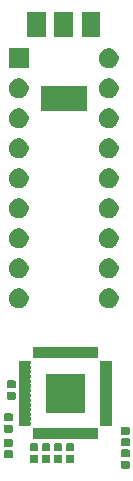
<source format=gbr>
G04 #@! TF.GenerationSoftware,KiCad,Pcbnew,5.1.5+dfsg1-2build2*
G04 #@! TF.CreationDate,2023-02-25T19:10:51+00:00*
G04 #@! TF.ProjectId,video-ram-replacement,76696465-6f2d-4726-916d-2d7265706c61,rev?*
G04 #@! TF.SameCoordinates,Original*
G04 #@! TF.FileFunction,Soldermask,Top*
G04 #@! TF.FilePolarity,Negative*
%FSLAX46Y46*%
G04 Gerber Fmt 4.6, Leading zero omitted, Abs format (unit mm)*
G04 Created by KiCad (PCBNEW 5.1.5+dfsg1-2build2) date 2023-02-25 19:10:51*
%MOMM*%
%LPD*%
G04 APERTURE LIST*
%ADD10C,0.150000*%
G04 APERTURE END LIST*
D10*
G36*
X107211976Y-123722572D02*
G01*
X107231181Y-123728398D01*
X107248893Y-123737865D01*
X107264405Y-123750595D01*
X107277135Y-123766107D01*
X107286602Y-123783819D01*
X107292428Y-123803024D01*
X107295000Y-123829140D01*
X107295000Y-124272860D01*
X107292428Y-124298976D01*
X107286602Y-124318181D01*
X107277135Y-124335893D01*
X107264405Y-124351405D01*
X107248893Y-124364135D01*
X107231181Y-124373602D01*
X107211976Y-124379428D01*
X107185860Y-124382000D01*
X106682140Y-124382000D01*
X106656024Y-124379428D01*
X106636819Y-124373602D01*
X106619107Y-124364135D01*
X106603595Y-124351405D01*
X106590865Y-124335893D01*
X106581398Y-124318181D01*
X106575572Y-124298976D01*
X106573000Y-124272860D01*
X106573000Y-123829140D01*
X106575572Y-123803024D01*
X106581398Y-123783819D01*
X106590865Y-123766107D01*
X106603595Y-123750595D01*
X106619107Y-123737865D01*
X106636819Y-123728398D01*
X106656024Y-123722572D01*
X106682140Y-123720000D01*
X107185860Y-123720000D01*
X107211976Y-123722572D01*
G37*
G36*
X102512976Y-123214572D02*
G01*
X102532181Y-123220398D01*
X102549893Y-123229865D01*
X102565405Y-123242595D01*
X102578135Y-123258107D01*
X102587602Y-123275819D01*
X102593428Y-123295024D01*
X102596000Y-123321140D01*
X102596000Y-123764860D01*
X102593428Y-123790976D01*
X102587602Y-123810181D01*
X102578135Y-123827893D01*
X102565405Y-123843405D01*
X102549893Y-123856135D01*
X102532181Y-123865602D01*
X102512976Y-123871428D01*
X102486860Y-123874000D01*
X101983140Y-123874000D01*
X101957024Y-123871428D01*
X101937819Y-123865602D01*
X101920107Y-123856135D01*
X101904595Y-123843405D01*
X101891865Y-123827893D01*
X101882398Y-123810181D01*
X101876572Y-123790976D01*
X101874000Y-123764860D01*
X101874000Y-123321140D01*
X101876572Y-123295024D01*
X101882398Y-123275819D01*
X101891865Y-123258107D01*
X101904595Y-123242595D01*
X101920107Y-123229865D01*
X101937819Y-123220398D01*
X101957024Y-123214572D01*
X101983140Y-123212000D01*
X102486860Y-123212000D01*
X102512976Y-123214572D01*
G37*
G36*
X101496976Y-123214572D02*
G01*
X101516181Y-123220398D01*
X101533893Y-123229865D01*
X101549405Y-123242595D01*
X101562135Y-123258107D01*
X101571602Y-123275819D01*
X101577428Y-123295024D01*
X101580000Y-123321140D01*
X101580000Y-123764860D01*
X101577428Y-123790976D01*
X101571602Y-123810181D01*
X101562135Y-123827893D01*
X101549405Y-123843405D01*
X101533893Y-123856135D01*
X101516181Y-123865602D01*
X101496976Y-123871428D01*
X101470860Y-123874000D01*
X100967140Y-123874000D01*
X100941024Y-123871428D01*
X100921819Y-123865602D01*
X100904107Y-123856135D01*
X100888595Y-123843405D01*
X100875865Y-123827893D01*
X100866398Y-123810181D01*
X100860572Y-123790976D01*
X100858000Y-123764860D01*
X100858000Y-123321140D01*
X100860572Y-123295024D01*
X100866398Y-123275819D01*
X100875865Y-123258107D01*
X100888595Y-123242595D01*
X100904107Y-123229865D01*
X100921819Y-123220398D01*
X100941024Y-123214572D01*
X100967140Y-123212000D01*
X101470860Y-123212000D01*
X101496976Y-123214572D01*
G37*
G36*
X100480976Y-123214572D02*
G01*
X100500181Y-123220398D01*
X100517893Y-123229865D01*
X100533405Y-123242595D01*
X100546135Y-123258107D01*
X100555602Y-123275819D01*
X100561428Y-123295024D01*
X100564000Y-123321140D01*
X100564000Y-123764860D01*
X100561428Y-123790976D01*
X100555602Y-123810181D01*
X100546135Y-123827893D01*
X100533405Y-123843405D01*
X100517893Y-123856135D01*
X100500181Y-123865602D01*
X100480976Y-123871428D01*
X100454860Y-123874000D01*
X99951140Y-123874000D01*
X99925024Y-123871428D01*
X99905819Y-123865602D01*
X99888107Y-123856135D01*
X99872595Y-123843405D01*
X99859865Y-123827893D01*
X99850398Y-123810181D01*
X99844572Y-123790976D01*
X99842000Y-123764860D01*
X99842000Y-123321140D01*
X99844572Y-123295024D01*
X99850398Y-123275819D01*
X99859865Y-123258107D01*
X99872595Y-123242595D01*
X99888107Y-123229865D01*
X99905819Y-123220398D01*
X99925024Y-123214572D01*
X99951140Y-123212000D01*
X100454860Y-123212000D01*
X100480976Y-123214572D01*
G37*
G36*
X99464976Y-123214572D02*
G01*
X99484181Y-123220398D01*
X99501893Y-123229865D01*
X99517405Y-123242595D01*
X99530135Y-123258107D01*
X99539602Y-123275819D01*
X99545428Y-123295024D01*
X99548000Y-123321140D01*
X99548000Y-123764860D01*
X99545428Y-123790976D01*
X99539602Y-123810181D01*
X99530135Y-123827893D01*
X99517405Y-123843405D01*
X99501893Y-123856135D01*
X99484181Y-123865602D01*
X99464976Y-123871428D01*
X99438860Y-123874000D01*
X98935140Y-123874000D01*
X98909024Y-123871428D01*
X98889819Y-123865602D01*
X98872107Y-123856135D01*
X98856595Y-123843405D01*
X98843865Y-123827893D01*
X98834398Y-123810181D01*
X98828572Y-123790976D01*
X98826000Y-123764860D01*
X98826000Y-123321140D01*
X98828572Y-123295024D01*
X98834398Y-123275819D01*
X98843865Y-123258107D01*
X98856595Y-123242595D01*
X98872107Y-123229865D01*
X98889819Y-123220398D01*
X98909024Y-123214572D01*
X98935140Y-123212000D01*
X99438860Y-123212000D01*
X99464976Y-123214572D01*
G37*
G36*
X97305976Y-122833572D02*
G01*
X97325181Y-122839398D01*
X97342893Y-122848865D01*
X97358405Y-122861595D01*
X97371135Y-122877107D01*
X97380602Y-122894819D01*
X97386428Y-122914024D01*
X97389000Y-122940140D01*
X97389000Y-123383860D01*
X97386428Y-123409976D01*
X97380602Y-123429181D01*
X97371135Y-123446893D01*
X97358405Y-123462405D01*
X97342893Y-123475135D01*
X97325181Y-123484602D01*
X97305976Y-123490428D01*
X97279860Y-123493000D01*
X96776140Y-123493000D01*
X96750024Y-123490428D01*
X96730819Y-123484602D01*
X96713107Y-123475135D01*
X96697595Y-123462405D01*
X96684865Y-123446893D01*
X96675398Y-123429181D01*
X96669572Y-123409976D01*
X96667000Y-123383860D01*
X96667000Y-122940140D01*
X96669572Y-122914024D01*
X96675398Y-122894819D01*
X96684865Y-122877107D01*
X96697595Y-122861595D01*
X96713107Y-122848865D01*
X96730819Y-122839398D01*
X96750024Y-122833572D01*
X96776140Y-122831000D01*
X97279860Y-122831000D01*
X97305976Y-122833572D01*
G37*
G36*
X107211976Y-122762572D02*
G01*
X107231181Y-122768398D01*
X107248893Y-122777865D01*
X107264405Y-122790595D01*
X107277135Y-122806107D01*
X107286602Y-122823819D01*
X107292428Y-122843024D01*
X107295000Y-122869140D01*
X107295000Y-123312860D01*
X107292428Y-123338976D01*
X107286602Y-123358181D01*
X107277135Y-123375893D01*
X107264405Y-123391405D01*
X107248893Y-123404135D01*
X107231181Y-123413602D01*
X107211976Y-123419428D01*
X107185860Y-123422000D01*
X106682140Y-123422000D01*
X106656024Y-123419428D01*
X106636819Y-123413602D01*
X106619107Y-123404135D01*
X106603595Y-123391405D01*
X106590865Y-123375893D01*
X106581398Y-123358181D01*
X106575572Y-123338976D01*
X106573000Y-123312860D01*
X106573000Y-122869140D01*
X106575572Y-122843024D01*
X106581398Y-122823819D01*
X106590865Y-122806107D01*
X106603595Y-122790595D01*
X106619107Y-122777865D01*
X106636819Y-122768398D01*
X106656024Y-122762572D01*
X106682140Y-122760000D01*
X107185860Y-122760000D01*
X107211976Y-122762572D01*
G37*
G36*
X100480976Y-122254572D02*
G01*
X100500181Y-122260398D01*
X100517893Y-122269865D01*
X100533405Y-122282595D01*
X100546135Y-122298107D01*
X100555602Y-122315819D01*
X100561428Y-122335024D01*
X100564000Y-122361140D01*
X100564000Y-122804860D01*
X100561428Y-122830976D01*
X100555602Y-122850181D01*
X100546135Y-122867893D01*
X100533405Y-122883405D01*
X100517893Y-122896135D01*
X100500181Y-122905602D01*
X100480976Y-122911428D01*
X100454860Y-122914000D01*
X99951140Y-122914000D01*
X99925024Y-122911428D01*
X99905819Y-122905602D01*
X99888107Y-122896135D01*
X99872595Y-122883405D01*
X99859865Y-122867893D01*
X99850398Y-122850181D01*
X99844572Y-122830976D01*
X99842000Y-122804860D01*
X99842000Y-122361140D01*
X99844572Y-122335024D01*
X99850398Y-122315819D01*
X99859865Y-122298107D01*
X99872595Y-122282595D01*
X99888107Y-122269865D01*
X99905819Y-122260398D01*
X99925024Y-122254572D01*
X99951140Y-122252000D01*
X100454860Y-122252000D01*
X100480976Y-122254572D01*
G37*
G36*
X99464976Y-122254572D02*
G01*
X99484181Y-122260398D01*
X99501893Y-122269865D01*
X99517405Y-122282595D01*
X99530135Y-122298107D01*
X99539602Y-122315819D01*
X99545428Y-122335024D01*
X99548000Y-122361140D01*
X99548000Y-122804860D01*
X99545428Y-122830976D01*
X99539602Y-122850181D01*
X99530135Y-122867893D01*
X99517405Y-122883405D01*
X99501893Y-122896135D01*
X99484181Y-122905602D01*
X99464976Y-122911428D01*
X99438860Y-122914000D01*
X98935140Y-122914000D01*
X98909024Y-122911428D01*
X98889819Y-122905602D01*
X98872107Y-122896135D01*
X98856595Y-122883405D01*
X98843865Y-122867893D01*
X98834398Y-122850181D01*
X98828572Y-122830976D01*
X98826000Y-122804860D01*
X98826000Y-122361140D01*
X98828572Y-122335024D01*
X98834398Y-122315819D01*
X98843865Y-122298107D01*
X98856595Y-122282595D01*
X98872107Y-122269865D01*
X98889819Y-122260398D01*
X98909024Y-122254572D01*
X98935140Y-122252000D01*
X99438860Y-122252000D01*
X99464976Y-122254572D01*
G37*
G36*
X101496976Y-122254572D02*
G01*
X101516181Y-122260398D01*
X101533893Y-122269865D01*
X101549405Y-122282595D01*
X101562135Y-122298107D01*
X101571602Y-122315819D01*
X101577428Y-122335024D01*
X101580000Y-122361140D01*
X101580000Y-122804860D01*
X101577428Y-122830976D01*
X101571602Y-122850181D01*
X101562135Y-122867893D01*
X101549405Y-122883405D01*
X101533893Y-122896135D01*
X101516181Y-122905602D01*
X101496976Y-122911428D01*
X101470860Y-122914000D01*
X100967140Y-122914000D01*
X100941024Y-122911428D01*
X100921819Y-122905602D01*
X100904107Y-122896135D01*
X100888595Y-122883405D01*
X100875865Y-122867893D01*
X100866398Y-122850181D01*
X100860572Y-122830976D01*
X100858000Y-122804860D01*
X100858000Y-122361140D01*
X100860572Y-122335024D01*
X100866398Y-122315819D01*
X100875865Y-122298107D01*
X100888595Y-122282595D01*
X100904107Y-122269865D01*
X100921819Y-122260398D01*
X100941024Y-122254572D01*
X100967140Y-122252000D01*
X101470860Y-122252000D01*
X101496976Y-122254572D01*
G37*
G36*
X102512976Y-122254572D02*
G01*
X102532181Y-122260398D01*
X102549893Y-122269865D01*
X102565405Y-122282595D01*
X102578135Y-122298107D01*
X102587602Y-122315819D01*
X102593428Y-122335024D01*
X102596000Y-122361140D01*
X102596000Y-122804860D01*
X102593428Y-122830976D01*
X102587602Y-122850181D01*
X102578135Y-122867893D01*
X102565405Y-122883405D01*
X102549893Y-122896135D01*
X102532181Y-122905602D01*
X102512976Y-122911428D01*
X102486860Y-122914000D01*
X101983140Y-122914000D01*
X101957024Y-122911428D01*
X101937819Y-122905602D01*
X101920107Y-122896135D01*
X101904595Y-122883405D01*
X101891865Y-122867893D01*
X101882398Y-122850181D01*
X101876572Y-122830976D01*
X101874000Y-122804860D01*
X101874000Y-122361140D01*
X101876572Y-122335024D01*
X101882398Y-122315819D01*
X101891865Y-122298107D01*
X101904595Y-122282595D01*
X101920107Y-122269865D01*
X101937819Y-122260398D01*
X101957024Y-122254572D01*
X101983140Y-122252000D01*
X102486860Y-122252000D01*
X102512976Y-122254572D01*
G37*
G36*
X97305976Y-121873572D02*
G01*
X97325181Y-121879398D01*
X97342893Y-121888865D01*
X97358405Y-121901595D01*
X97371135Y-121917107D01*
X97380602Y-121934819D01*
X97386428Y-121954024D01*
X97389000Y-121980140D01*
X97389000Y-122423860D01*
X97386428Y-122449976D01*
X97380602Y-122469181D01*
X97371135Y-122486893D01*
X97358405Y-122502405D01*
X97342893Y-122515135D01*
X97325181Y-122524602D01*
X97305976Y-122530428D01*
X97279860Y-122533000D01*
X96776140Y-122533000D01*
X96750024Y-122530428D01*
X96730819Y-122524602D01*
X96713107Y-122515135D01*
X96697595Y-122502405D01*
X96684865Y-122486893D01*
X96675398Y-122469181D01*
X96669572Y-122449976D01*
X96667000Y-122423860D01*
X96667000Y-121980140D01*
X96669572Y-121954024D01*
X96675398Y-121934819D01*
X96684865Y-121917107D01*
X96697595Y-121901595D01*
X96713107Y-121888865D01*
X96730819Y-121879398D01*
X96750024Y-121873572D01*
X96776140Y-121871000D01*
X97279860Y-121871000D01*
X97305976Y-121873572D01*
G37*
G36*
X107211976Y-121817572D02*
G01*
X107231181Y-121823398D01*
X107248893Y-121832865D01*
X107264405Y-121845595D01*
X107277135Y-121861107D01*
X107286602Y-121878819D01*
X107292428Y-121898024D01*
X107295000Y-121924140D01*
X107295000Y-122367860D01*
X107292428Y-122393976D01*
X107286602Y-122413181D01*
X107277135Y-122430893D01*
X107264405Y-122446405D01*
X107248893Y-122459135D01*
X107231181Y-122468602D01*
X107211976Y-122474428D01*
X107185860Y-122477000D01*
X106682140Y-122477000D01*
X106656024Y-122474428D01*
X106636819Y-122468602D01*
X106619107Y-122459135D01*
X106603595Y-122446405D01*
X106590865Y-122430893D01*
X106581398Y-122413181D01*
X106575572Y-122393976D01*
X106573000Y-122367860D01*
X106573000Y-121924140D01*
X106575572Y-121898024D01*
X106581398Y-121878819D01*
X106590865Y-121861107D01*
X106603595Y-121845595D01*
X106619107Y-121832865D01*
X106636819Y-121823398D01*
X106656024Y-121817572D01*
X106682140Y-121815000D01*
X107185860Y-121815000D01*
X107211976Y-121817572D01*
G37*
G36*
X99394416Y-120932843D02*
G01*
X99398556Y-120934099D01*
X99417716Y-120942035D01*
X99441750Y-120946815D01*
X99466254Y-120946815D01*
X99490287Y-120942034D01*
X99509445Y-120934099D01*
X99513584Y-120932843D01*
X99522143Y-120932000D01*
X99785857Y-120932000D01*
X99794416Y-120932843D01*
X99798556Y-120934099D01*
X99817716Y-120942035D01*
X99841750Y-120946815D01*
X99866254Y-120946815D01*
X99890287Y-120942034D01*
X99909445Y-120934099D01*
X99913584Y-120932843D01*
X99922143Y-120932000D01*
X100185857Y-120932000D01*
X100194416Y-120932843D01*
X100198556Y-120934099D01*
X100217716Y-120942035D01*
X100241750Y-120946815D01*
X100266254Y-120946815D01*
X100290287Y-120942034D01*
X100309445Y-120934099D01*
X100313584Y-120932843D01*
X100322143Y-120932000D01*
X100585857Y-120932000D01*
X100594416Y-120932843D01*
X100598556Y-120934099D01*
X100617716Y-120942035D01*
X100641750Y-120946815D01*
X100666254Y-120946815D01*
X100690287Y-120942034D01*
X100709445Y-120934099D01*
X100713584Y-120932843D01*
X100722143Y-120932000D01*
X100985857Y-120932000D01*
X100994416Y-120932843D01*
X100998556Y-120934099D01*
X101017716Y-120942035D01*
X101041750Y-120946815D01*
X101066254Y-120946815D01*
X101090287Y-120942034D01*
X101109445Y-120934099D01*
X101113584Y-120932843D01*
X101122143Y-120932000D01*
X101385857Y-120932000D01*
X101394416Y-120932843D01*
X101398556Y-120934099D01*
X101417716Y-120942035D01*
X101441750Y-120946815D01*
X101466254Y-120946815D01*
X101490287Y-120942034D01*
X101509445Y-120934099D01*
X101513584Y-120932843D01*
X101522143Y-120932000D01*
X101785857Y-120932000D01*
X101794416Y-120932843D01*
X101798556Y-120934099D01*
X101817716Y-120942035D01*
X101841750Y-120946815D01*
X101866254Y-120946815D01*
X101890287Y-120942034D01*
X101909445Y-120934099D01*
X101913584Y-120932843D01*
X101922143Y-120932000D01*
X102185857Y-120932000D01*
X102194416Y-120932843D01*
X102198556Y-120934099D01*
X102217716Y-120942035D01*
X102241750Y-120946815D01*
X102266254Y-120946815D01*
X102290287Y-120942034D01*
X102309445Y-120934099D01*
X102313584Y-120932843D01*
X102322143Y-120932000D01*
X102585857Y-120932000D01*
X102594416Y-120932843D01*
X102598556Y-120934099D01*
X102617716Y-120942035D01*
X102641750Y-120946815D01*
X102666254Y-120946815D01*
X102690287Y-120942034D01*
X102709445Y-120934099D01*
X102713584Y-120932843D01*
X102722143Y-120932000D01*
X102985857Y-120932000D01*
X102994416Y-120932843D01*
X102998556Y-120934099D01*
X103017716Y-120942035D01*
X103041750Y-120946815D01*
X103066254Y-120946815D01*
X103090287Y-120942034D01*
X103109445Y-120934099D01*
X103113584Y-120932843D01*
X103122143Y-120932000D01*
X103385857Y-120932000D01*
X103394416Y-120932843D01*
X103398556Y-120934099D01*
X103417716Y-120942035D01*
X103441750Y-120946815D01*
X103466254Y-120946815D01*
X103490287Y-120942034D01*
X103509445Y-120934099D01*
X103513584Y-120932843D01*
X103522143Y-120932000D01*
X103785857Y-120932000D01*
X103794416Y-120932843D01*
X103798556Y-120934099D01*
X103817716Y-120942035D01*
X103841750Y-120946815D01*
X103866254Y-120946815D01*
X103890287Y-120942034D01*
X103909445Y-120934099D01*
X103913584Y-120932843D01*
X103922143Y-120932000D01*
X104185857Y-120932000D01*
X104194416Y-120932843D01*
X104198556Y-120934099D01*
X104217716Y-120942035D01*
X104241750Y-120946815D01*
X104266254Y-120946815D01*
X104290287Y-120942034D01*
X104309445Y-120934099D01*
X104313584Y-120932843D01*
X104322143Y-120932000D01*
X104585857Y-120932000D01*
X104594416Y-120932843D01*
X104596745Y-120933550D01*
X104598887Y-120934695D01*
X104600765Y-120936235D01*
X104602305Y-120938113D01*
X104603450Y-120940255D01*
X104604157Y-120942584D01*
X104605000Y-120951143D01*
X104605000Y-121889857D01*
X104604157Y-121898416D01*
X104603450Y-121900745D01*
X104602305Y-121902887D01*
X104600765Y-121904765D01*
X104598887Y-121906305D01*
X104596745Y-121907450D01*
X104594416Y-121908157D01*
X104585857Y-121909000D01*
X104322143Y-121909000D01*
X104313584Y-121908157D01*
X104309444Y-121906901D01*
X104290284Y-121898965D01*
X104266250Y-121894185D01*
X104241746Y-121894185D01*
X104217713Y-121898966D01*
X104198555Y-121906901D01*
X104194416Y-121908157D01*
X104185857Y-121909000D01*
X103922143Y-121909000D01*
X103913584Y-121908157D01*
X103909444Y-121906901D01*
X103890284Y-121898965D01*
X103866250Y-121894185D01*
X103841746Y-121894185D01*
X103817713Y-121898966D01*
X103798555Y-121906901D01*
X103794416Y-121908157D01*
X103785857Y-121909000D01*
X103522143Y-121909000D01*
X103513584Y-121908157D01*
X103509444Y-121906901D01*
X103490284Y-121898965D01*
X103466250Y-121894185D01*
X103441746Y-121894185D01*
X103417713Y-121898966D01*
X103398555Y-121906901D01*
X103394416Y-121908157D01*
X103385857Y-121909000D01*
X103122143Y-121909000D01*
X103113584Y-121908157D01*
X103109444Y-121906901D01*
X103090284Y-121898965D01*
X103066250Y-121894185D01*
X103041746Y-121894185D01*
X103017713Y-121898966D01*
X102998555Y-121906901D01*
X102994416Y-121908157D01*
X102985857Y-121909000D01*
X102722143Y-121909000D01*
X102713584Y-121908157D01*
X102709444Y-121906901D01*
X102690284Y-121898965D01*
X102666250Y-121894185D01*
X102641746Y-121894185D01*
X102617713Y-121898966D01*
X102598555Y-121906901D01*
X102594416Y-121908157D01*
X102585857Y-121909000D01*
X102322143Y-121909000D01*
X102313584Y-121908157D01*
X102309444Y-121906901D01*
X102290284Y-121898965D01*
X102266250Y-121894185D01*
X102241746Y-121894185D01*
X102217713Y-121898966D01*
X102198555Y-121906901D01*
X102194416Y-121908157D01*
X102185857Y-121909000D01*
X101922143Y-121909000D01*
X101913584Y-121908157D01*
X101909444Y-121906901D01*
X101890284Y-121898965D01*
X101866250Y-121894185D01*
X101841746Y-121894185D01*
X101817713Y-121898966D01*
X101798555Y-121906901D01*
X101794416Y-121908157D01*
X101785857Y-121909000D01*
X101522143Y-121909000D01*
X101513584Y-121908157D01*
X101509444Y-121906901D01*
X101490284Y-121898965D01*
X101466250Y-121894185D01*
X101441746Y-121894185D01*
X101417713Y-121898966D01*
X101398555Y-121906901D01*
X101394416Y-121908157D01*
X101385857Y-121909000D01*
X101122143Y-121909000D01*
X101113584Y-121908157D01*
X101109444Y-121906901D01*
X101090284Y-121898965D01*
X101066250Y-121894185D01*
X101041746Y-121894185D01*
X101017713Y-121898966D01*
X100998555Y-121906901D01*
X100994416Y-121908157D01*
X100985857Y-121909000D01*
X100722143Y-121909000D01*
X100713584Y-121908157D01*
X100709444Y-121906901D01*
X100690284Y-121898965D01*
X100666250Y-121894185D01*
X100641746Y-121894185D01*
X100617713Y-121898966D01*
X100598555Y-121906901D01*
X100594416Y-121908157D01*
X100585857Y-121909000D01*
X100322143Y-121909000D01*
X100313584Y-121908157D01*
X100309444Y-121906901D01*
X100290284Y-121898965D01*
X100266250Y-121894185D01*
X100241746Y-121894185D01*
X100217713Y-121898966D01*
X100198555Y-121906901D01*
X100194416Y-121908157D01*
X100185857Y-121909000D01*
X99922143Y-121909000D01*
X99913584Y-121908157D01*
X99909444Y-121906901D01*
X99890284Y-121898965D01*
X99866250Y-121894185D01*
X99841746Y-121894185D01*
X99817713Y-121898966D01*
X99798555Y-121906901D01*
X99794416Y-121908157D01*
X99785857Y-121909000D01*
X99522143Y-121909000D01*
X99513584Y-121908157D01*
X99509444Y-121906901D01*
X99490284Y-121898965D01*
X99466250Y-121894185D01*
X99441746Y-121894185D01*
X99417713Y-121898966D01*
X99398555Y-121906901D01*
X99394416Y-121908157D01*
X99385857Y-121909000D01*
X99122143Y-121909000D01*
X99113584Y-121908157D01*
X99111255Y-121907450D01*
X99109113Y-121906305D01*
X99107235Y-121904765D01*
X99105695Y-121902887D01*
X99104550Y-121900745D01*
X99103843Y-121898416D01*
X99103000Y-121889857D01*
X99103000Y-120951143D01*
X99103843Y-120942584D01*
X99104550Y-120940255D01*
X99105695Y-120938113D01*
X99107235Y-120936235D01*
X99109113Y-120934695D01*
X99111255Y-120933550D01*
X99113584Y-120932843D01*
X99122143Y-120932000D01*
X99385857Y-120932000D01*
X99394416Y-120932843D01*
G37*
G36*
X107211976Y-120857572D02*
G01*
X107231181Y-120863398D01*
X107248893Y-120872865D01*
X107264405Y-120885595D01*
X107277135Y-120901107D01*
X107286602Y-120918819D01*
X107292428Y-120938024D01*
X107295000Y-120964140D01*
X107295000Y-121407860D01*
X107292428Y-121433976D01*
X107286602Y-121453181D01*
X107277135Y-121470893D01*
X107264405Y-121486405D01*
X107248893Y-121499135D01*
X107231181Y-121508602D01*
X107211976Y-121514428D01*
X107185860Y-121517000D01*
X106682140Y-121517000D01*
X106656024Y-121514428D01*
X106636819Y-121508602D01*
X106619107Y-121499135D01*
X106603595Y-121486405D01*
X106590865Y-121470893D01*
X106581398Y-121453181D01*
X106575572Y-121433976D01*
X106573000Y-121407860D01*
X106573000Y-120964140D01*
X106575572Y-120938024D01*
X106581398Y-120918819D01*
X106590865Y-120901107D01*
X106603595Y-120885595D01*
X106619107Y-120872865D01*
X106636819Y-120863398D01*
X106656024Y-120857572D01*
X106682140Y-120855000D01*
X107185860Y-120855000D01*
X107211976Y-120857572D01*
G37*
G36*
X97305976Y-120674572D02*
G01*
X97325181Y-120680398D01*
X97342893Y-120689865D01*
X97358405Y-120702595D01*
X97371135Y-120718107D01*
X97380602Y-120735819D01*
X97386428Y-120755024D01*
X97389000Y-120781140D01*
X97389000Y-121224860D01*
X97386428Y-121250976D01*
X97380602Y-121270181D01*
X97371135Y-121287893D01*
X97358405Y-121303405D01*
X97342893Y-121316135D01*
X97325181Y-121325602D01*
X97305976Y-121331428D01*
X97279860Y-121334000D01*
X96776140Y-121334000D01*
X96750024Y-121331428D01*
X96730819Y-121325602D01*
X96713107Y-121316135D01*
X96697595Y-121303405D01*
X96684865Y-121287893D01*
X96675398Y-121270181D01*
X96669572Y-121250976D01*
X96667000Y-121224860D01*
X96667000Y-120781140D01*
X96669572Y-120755024D01*
X96675398Y-120735819D01*
X96684865Y-120718107D01*
X96697595Y-120702595D01*
X96713107Y-120689865D01*
X96730819Y-120680398D01*
X96750024Y-120674572D01*
X96776140Y-120672000D01*
X97279860Y-120672000D01*
X97305976Y-120674572D01*
G37*
G36*
X105769416Y-115232843D02*
G01*
X105771745Y-115233550D01*
X105773887Y-115234695D01*
X105775765Y-115236235D01*
X105777305Y-115238113D01*
X105778450Y-115240255D01*
X105779157Y-115242584D01*
X105780000Y-115251143D01*
X105780000Y-115514857D01*
X105779157Y-115523416D01*
X105777901Y-115527556D01*
X105769965Y-115546716D01*
X105765185Y-115570750D01*
X105765185Y-115595254D01*
X105769966Y-115619287D01*
X105777901Y-115638445D01*
X105779157Y-115642584D01*
X105780000Y-115651143D01*
X105780000Y-115914857D01*
X105779157Y-115923416D01*
X105777901Y-115927556D01*
X105769965Y-115946716D01*
X105765185Y-115970750D01*
X105765185Y-115995254D01*
X105769966Y-116019287D01*
X105777901Y-116038445D01*
X105779157Y-116042584D01*
X105780000Y-116051143D01*
X105780000Y-116314857D01*
X105779157Y-116323416D01*
X105777901Y-116327556D01*
X105769965Y-116346716D01*
X105765185Y-116370750D01*
X105765185Y-116395254D01*
X105769966Y-116419287D01*
X105777901Y-116438445D01*
X105779157Y-116442584D01*
X105780000Y-116451143D01*
X105780000Y-116714857D01*
X105779157Y-116723416D01*
X105777901Y-116727556D01*
X105769965Y-116746716D01*
X105765185Y-116770750D01*
X105765185Y-116795254D01*
X105769966Y-116819287D01*
X105777901Y-116838445D01*
X105779157Y-116842584D01*
X105780000Y-116851143D01*
X105780000Y-117114857D01*
X105779157Y-117123416D01*
X105777901Y-117127556D01*
X105769965Y-117146716D01*
X105765185Y-117170750D01*
X105765185Y-117195254D01*
X105769966Y-117219287D01*
X105777901Y-117238445D01*
X105779157Y-117242584D01*
X105780000Y-117251143D01*
X105780000Y-117514857D01*
X105779157Y-117523416D01*
X105777901Y-117527556D01*
X105769965Y-117546716D01*
X105765185Y-117570750D01*
X105765185Y-117595254D01*
X105769966Y-117619287D01*
X105777901Y-117638445D01*
X105779157Y-117642584D01*
X105780000Y-117651143D01*
X105780000Y-117914857D01*
X105779157Y-117923416D01*
X105777901Y-117927556D01*
X105769965Y-117946716D01*
X105765185Y-117970750D01*
X105765185Y-117995254D01*
X105769966Y-118019287D01*
X105777901Y-118038445D01*
X105779157Y-118042584D01*
X105780000Y-118051143D01*
X105780000Y-118314857D01*
X105779157Y-118323416D01*
X105777901Y-118327556D01*
X105769965Y-118346716D01*
X105765185Y-118370750D01*
X105765185Y-118395254D01*
X105769966Y-118419287D01*
X105777901Y-118438445D01*
X105779157Y-118442584D01*
X105780000Y-118451143D01*
X105780000Y-118714857D01*
X105779157Y-118723416D01*
X105777901Y-118727556D01*
X105769965Y-118746716D01*
X105765185Y-118770750D01*
X105765185Y-118795254D01*
X105769966Y-118819287D01*
X105777901Y-118838445D01*
X105779157Y-118842584D01*
X105780000Y-118851143D01*
X105780000Y-119114857D01*
X105779157Y-119123416D01*
X105777901Y-119127556D01*
X105769965Y-119146716D01*
X105765185Y-119170750D01*
X105765185Y-119195254D01*
X105769966Y-119219287D01*
X105777901Y-119238445D01*
X105779157Y-119242584D01*
X105780000Y-119251143D01*
X105780000Y-119514857D01*
X105779157Y-119523416D01*
X105777901Y-119527556D01*
X105769965Y-119546716D01*
X105765185Y-119570750D01*
X105765185Y-119595254D01*
X105769966Y-119619287D01*
X105777901Y-119638445D01*
X105779157Y-119642584D01*
X105780000Y-119651143D01*
X105780000Y-119914857D01*
X105779157Y-119923416D01*
X105777901Y-119927556D01*
X105769965Y-119946716D01*
X105765185Y-119970750D01*
X105765185Y-119995254D01*
X105769966Y-120019287D01*
X105777901Y-120038445D01*
X105779157Y-120042584D01*
X105780000Y-120051143D01*
X105780000Y-120314857D01*
X105779157Y-120323416D01*
X105777901Y-120327556D01*
X105769965Y-120346716D01*
X105765185Y-120370750D01*
X105765185Y-120395254D01*
X105769966Y-120419287D01*
X105777901Y-120438445D01*
X105779157Y-120442584D01*
X105780000Y-120451143D01*
X105780000Y-120714857D01*
X105779157Y-120723416D01*
X105778450Y-120725745D01*
X105777305Y-120727887D01*
X105775765Y-120729765D01*
X105773887Y-120731305D01*
X105771745Y-120732450D01*
X105769416Y-120733157D01*
X105760857Y-120734000D01*
X104822143Y-120734000D01*
X104813584Y-120733157D01*
X104811255Y-120732450D01*
X104809113Y-120731305D01*
X104807235Y-120729765D01*
X104805695Y-120727887D01*
X104804550Y-120725745D01*
X104803843Y-120723416D01*
X104803000Y-120714857D01*
X104803000Y-120451143D01*
X104803843Y-120442584D01*
X104805099Y-120438444D01*
X104813035Y-120419284D01*
X104817815Y-120395250D01*
X104817815Y-120370746D01*
X104813034Y-120346713D01*
X104805099Y-120327555D01*
X104803843Y-120323416D01*
X104803000Y-120314857D01*
X104803000Y-120051143D01*
X104803843Y-120042584D01*
X104805099Y-120038444D01*
X104813035Y-120019284D01*
X104817815Y-119995250D01*
X104817815Y-119970746D01*
X104813034Y-119946713D01*
X104805099Y-119927555D01*
X104803843Y-119923416D01*
X104803000Y-119914857D01*
X104803000Y-119651143D01*
X104803843Y-119642584D01*
X104805099Y-119638444D01*
X104813035Y-119619284D01*
X104817815Y-119595250D01*
X104817815Y-119570746D01*
X104813034Y-119546713D01*
X104805099Y-119527555D01*
X104803843Y-119523416D01*
X104803000Y-119514857D01*
X104803000Y-119251143D01*
X104803843Y-119242584D01*
X104805099Y-119238444D01*
X104813035Y-119219284D01*
X104817815Y-119195250D01*
X104817815Y-119170746D01*
X104813034Y-119146713D01*
X104805099Y-119127555D01*
X104803843Y-119123416D01*
X104803000Y-119114857D01*
X104803000Y-118851143D01*
X104803843Y-118842584D01*
X104805099Y-118838444D01*
X104813035Y-118819284D01*
X104817815Y-118795250D01*
X104817815Y-118770746D01*
X104813034Y-118746713D01*
X104805099Y-118727555D01*
X104803843Y-118723416D01*
X104803000Y-118714857D01*
X104803000Y-118451143D01*
X104803843Y-118442584D01*
X104805099Y-118438444D01*
X104813035Y-118419284D01*
X104817815Y-118395250D01*
X104817815Y-118370746D01*
X104813034Y-118346713D01*
X104805099Y-118327555D01*
X104803843Y-118323416D01*
X104803000Y-118314857D01*
X104803000Y-118051143D01*
X104803843Y-118042584D01*
X104805099Y-118038444D01*
X104813035Y-118019284D01*
X104817815Y-117995250D01*
X104817815Y-117970746D01*
X104813034Y-117946713D01*
X104805099Y-117927555D01*
X104803843Y-117923416D01*
X104803000Y-117914857D01*
X104803000Y-117651143D01*
X104803843Y-117642584D01*
X104805099Y-117638444D01*
X104813035Y-117619284D01*
X104817815Y-117595250D01*
X104817815Y-117570746D01*
X104813034Y-117546713D01*
X104805099Y-117527555D01*
X104803843Y-117523416D01*
X104803000Y-117514857D01*
X104803000Y-117251143D01*
X104803843Y-117242584D01*
X104805099Y-117238444D01*
X104813035Y-117219284D01*
X104817815Y-117195250D01*
X104817815Y-117170746D01*
X104813034Y-117146713D01*
X104805099Y-117127555D01*
X104803843Y-117123416D01*
X104803000Y-117114857D01*
X104803000Y-116851143D01*
X104803843Y-116842584D01*
X104805099Y-116838444D01*
X104813035Y-116819284D01*
X104817815Y-116795250D01*
X104817815Y-116770746D01*
X104813034Y-116746713D01*
X104805099Y-116727555D01*
X104803843Y-116723416D01*
X104803000Y-116714857D01*
X104803000Y-116451143D01*
X104803843Y-116442584D01*
X104805099Y-116438444D01*
X104813035Y-116419284D01*
X104817815Y-116395250D01*
X104817815Y-116370746D01*
X104813034Y-116346713D01*
X104805099Y-116327555D01*
X104803843Y-116323416D01*
X104803000Y-116314857D01*
X104803000Y-116051143D01*
X104803843Y-116042584D01*
X104805099Y-116038444D01*
X104813035Y-116019284D01*
X104817815Y-115995250D01*
X104817815Y-115970746D01*
X104813034Y-115946713D01*
X104805099Y-115927555D01*
X104803843Y-115923416D01*
X104803000Y-115914857D01*
X104803000Y-115651143D01*
X104803843Y-115642584D01*
X104805099Y-115638444D01*
X104813035Y-115619284D01*
X104817815Y-115595250D01*
X104817815Y-115570746D01*
X104813034Y-115546713D01*
X104805099Y-115527555D01*
X104803843Y-115523416D01*
X104803000Y-115514857D01*
X104803000Y-115251143D01*
X104803843Y-115242584D01*
X104804550Y-115240255D01*
X104805695Y-115238113D01*
X104807235Y-115236235D01*
X104809113Y-115234695D01*
X104811255Y-115233550D01*
X104813584Y-115232843D01*
X104822143Y-115232000D01*
X105760857Y-115232000D01*
X105769416Y-115232843D01*
G37*
G36*
X98894416Y-115232843D02*
G01*
X98896745Y-115233550D01*
X98898887Y-115234695D01*
X98900765Y-115236235D01*
X98902305Y-115238113D01*
X98903450Y-115240255D01*
X98904157Y-115242584D01*
X98905000Y-115251143D01*
X98905000Y-115514857D01*
X98904157Y-115523416D01*
X98902901Y-115527556D01*
X98894965Y-115546716D01*
X98890185Y-115570750D01*
X98890185Y-115595254D01*
X98894966Y-115619287D01*
X98902901Y-115638445D01*
X98904157Y-115642584D01*
X98905000Y-115651143D01*
X98905000Y-115914857D01*
X98904157Y-115923416D01*
X98902901Y-115927556D01*
X98894965Y-115946716D01*
X98890185Y-115970750D01*
X98890185Y-115995254D01*
X98894966Y-116019287D01*
X98902901Y-116038445D01*
X98904157Y-116042584D01*
X98905000Y-116051143D01*
X98905000Y-116314857D01*
X98904157Y-116323416D01*
X98902901Y-116327556D01*
X98894965Y-116346716D01*
X98890185Y-116370750D01*
X98890185Y-116395254D01*
X98894966Y-116419287D01*
X98902901Y-116438445D01*
X98904157Y-116442584D01*
X98905000Y-116451143D01*
X98905000Y-116714857D01*
X98904157Y-116723416D01*
X98902901Y-116727556D01*
X98894965Y-116746716D01*
X98890185Y-116770750D01*
X98890185Y-116795254D01*
X98894966Y-116819287D01*
X98902901Y-116838445D01*
X98904157Y-116842584D01*
X98905000Y-116851143D01*
X98905000Y-117114857D01*
X98904157Y-117123416D01*
X98902901Y-117127556D01*
X98894965Y-117146716D01*
X98890185Y-117170750D01*
X98890185Y-117195254D01*
X98894966Y-117219287D01*
X98902901Y-117238445D01*
X98904157Y-117242584D01*
X98905000Y-117251143D01*
X98905000Y-117514857D01*
X98904157Y-117523416D01*
X98902901Y-117527556D01*
X98894965Y-117546716D01*
X98890185Y-117570750D01*
X98890185Y-117595254D01*
X98894966Y-117619287D01*
X98902901Y-117638445D01*
X98904157Y-117642584D01*
X98905000Y-117651143D01*
X98905000Y-117914857D01*
X98904157Y-117923416D01*
X98902901Y-117927556D01*
X98894965Y-117946716D01*
X98890185Y-117970750D01*
X98890185Y-117995254D01*
X98894966Y-118019287D01*
X98902901Y-118038445D01*
X98904157Y-118042584D01*
X98905000Y-118051143D01*
X98905000Y-118314857D01*
X98904157Y-118323416D01*
X98902901Y-118327556D01*
X98894965Y-118346716D01*
X98890185Y-118370750D01*
X98890185Y-118395254D01*
X98894966Y-118419287D01*
X98902901Y-118438445D01*
X98904157Y-118442584D01*
X98905000Y-118451143D01*
X98905000Y-118714857D01*
X98904157Y-118723416D01*
X98902901Y-118727556D01*
X98894965Y-118746716D01*
X98890185Y-118770750D01*
X98890185Y-118795254D01*
X98894966Y-118819287D01*
X98902901Y-118838445D01*
X98904157Y-118842584D01*
X98905000Y-118851143D01*
X98905000Y-119114857D01*
X98904157Y-119123416D01*
X98902901Y-119127556D01*
X98894965Y-119146716D01*
X98890185Y-119170750D01*
X98890185Y-119195254D01*
X98894966Y-119219287D01*
X98902901Y-119238445D01*
X98904157Y-119242584D01*
X98905000Y-119251143D01*
X98905000Y-119514857D01*
X98904157Y-119523416D01*
X98902901Y-119527556D01*
X98894965Y-119546716D01*
X98890185Y-119570750D01*
X98890185Y-119595254D01*
X98894966Y-119619287D01*
X98902901Y-119638445D01*
X98904157Y-119642584D01*
X98905000Y-119651143D01*
X98905000Y-119914857D01*
X98904157Y-119923416D01*
X98902901Y-119927556D01*
X98894965Y-119946716D01*
X98890185Y-119970750D01*
X98890185Y-119995254D01*
X98894966Y-120019287D01*
X98902901Y-120038445D01*
X98904157Y-120042584D01*
X98905000Y-120051143D01*
X98905000Y-120314857D01*
X98904157Y-120323416D01*
X98902901Y-120327556D01*
X98894965Y-120346716D01*
X98890185Y-120370750D01*
X98890185Y-120395254D01*
X98894966Y-120419287D01*
X98902901Y-120438445D01*
X98904157Y-120442584D01*
X98905000Y-120451143D01*
X98905000Y-120714857D01*
X98904157Y-120723416D01*
X98903450Y-120725745D01*
X98902305Y-120727887D01*
X98900765Y-120729765D01*
X98898887Y-120731305D01*
X98896745Y-120732450D01*
X98894416Y-120733157D01*
X98885857Y-120734000D01*
X97947143Y-120734000D01*
X97938584Y-120733157D01*
X97936255Y-120732450D01*
X97934113Y-120731305D01*
X97932235Y-120729765D01*
X97930695Y-120727887D01*
X97929550Y-120725745D01*
X97928843Y-120723416D01*
X97928000Y-120714857D01*
X97928000Y-120451143D01*
X97928843Y-120442584D01*
X97930099Y-120438444D01*
X97938035Y-120419284D01*
X97942815Y-120395250D01*
X97942815Y-120370746D01*
X97938034Y-120346713D01*
X97930099Y-120327555D01*
X97928843Y-120323416D01*
X97928000Y-120314857D01*
X97928000Y-120051143D01*
X97928843Y-120042584D01*
X97930099Y-120038444D01*
X97938035Y-120019284D01*
X97942815Y-119995250D01*
X97942815Y-119970746D01*
X97938034Y-119946713D01*
X97930099Y-119927555D01*
X97928843Y-119923416D01*
X97928000Y-119914857D01*
X97928000Y-119651143D01*
X97928843Y-119642584D01*
X97930099Y-119638444D01*
X97938035Y-119619284D01*
X97942815Y-119595250D01*
X97942815Y-119570746D01*
X97938034Y-119546713D01*
X97930099Y-119527555D01*
X97928843Y-119523416D01*
X97928000Y-119514857D01*
X97928000Y-119251143D01*
X97928843Y-119242584D01*
X97930099Y-119238444D01*
X97938035Y-119219284D01*
X97942815Y-119195250D01*
X97942815Y-119170746D01*
X97938034Y-119146713D01*
X97930099Y-119127555D01*
X97928843Y-119123416D01*
X97928000Y-119114857D01*
X97928000Y-118851143D01*
X97928843Y-118842584D01*
X97930099Y-118838444D01*
X97938035Y-118819284D01*
X97942815Y-118795250D01*
X97942815Y-118770746D01*
X97938034Y-118746713D01*
X97930099Y-118727555D01*
X97928843Y-118723416D01*
X97928000Y-118714857D01*
X97928000Y-118451143D01*
X97928843Y-118442584D01*
X97930099Y-118438444D01*
X97938035Y-118419284D01*
X97942815Y-118395250D01*
X97942815Y-118370746D01*
X97938034Y-118346713D01*
X97930099Y-118327555D01*
X97928843Y-118323416D01*
X97928000Y-118314857D01*
X97928000Y-118051143D01*
X97928843Y-118042584D01*
X97930099Y-118038444D01*
X97938035Y-118019284D01*
X97942815Y-117995250D01*
X97942815Y-117970746D01*
X97938034Y-117946713D01*
X97930099Y-117927555D01*
X97928843Y-117923416D01*
X97928000Y-117914857D01*
X97928000Y-117651143D01*
X97928843Y-117642584D01*
X97930099Y-117638444D01*
X97938035Y-117619284D01*
X97942815Y-117595250D01*
X97942815Y-117570746D01*
X97938034Y-117546713D01*
X97930099Y-117527555D01*
X97928843Y-117523416D01*
X97928000Y-117514857D01*
X97928000Y-117251143D01*
X97928843Y-117242584D01*
X97930099Y-117238444D01*
X97938035Y-117219284D01*
X97942815Y-117195250D01*
X97942815Y-117170746D01*
X97938034Y-117146713D01*
X97930099Y-117127555D01*
X97928843Y-117123416D01*
X97928000Y-117114857D01*
X97928000Y-116851143D01*
X97928843Y-116842584D01*
X97930099Y-116838444D01*
X97938035Y-116819284D01*
X97942815Y-116795250D01*
X97942815Y-116770746D01*
X97938034Y-116746713D01*
X97930099Y-116727555D01*
X97928843Y-116723416D01*
X97928000Y-116714857D01*
X97928000Y-116451143D01*
X97928843Y-116442584D01*
X97930099Y-116438444D01*
X97938035Y-116419284D01*
X97942815Y-116395250D01*
X97942815Y-116370746D01*
X97938034Y-116346713D01*
X97930099Y-116327555D01*
X97928843Y-116323416D01*
X97928000Y-116314857D01*
X97928000Y-116051143D01*
X97928843Y-116042584D01*
X97930099Y-116038444D01*
X97938035Y-116019284D01*
X97942815Y-115995250D01*
X97942815Y-115970746D01*
X97938034Y-115946713D01*
X97930099Y-115927555D01*
X97928843Y-115923416D01*
X97928000Y-115914857D01*
X97928000Y-115651143D01*
X97928843Y-115642584D01*
X97930099Y-115638444D01*
X97938035Y-115619284D01*
X97942815Y-115595250D01*
X97942815Y-115570746D01*
X97938034Y-115546713D01*
X97930099Y-115527555D01*
X97928843Y-115523416D01*
X97928000Y-115514857D01*
X97928000Y-115251143D01*
X97928843Y-115242584D01*
X97929550Y-115240255D01*
X97930695Y-115238113D01*
X97932235Y-115236235D01*
X97934113Y-115234695D01*
X97936255Y-115233550D01*
X97938584Y-115232843D01*
X97947143Y-115232000D01*
X98885857Y-115232000D01*
X98894416Y-115232843D01*
G37*
G36*
X97305976Y-119714572D02*
G01*
X97325181Y-119720398D01*
X97342893Y-119729865D01*
X97358405Y-119742595D01*
X97371135Y-119758107D01*
X97380602Y-119775819D01*
X97386428Y-119795024D01*
X97389000Y-119821140D01*
X97389000Y-120264860D01*
X97386428Y-120290976D01*
X97380602Y-120310181D01*
X97371135Y-120327893D01*
X97358405Y-120343405D01*
X97342893Y-120356135D01*
X97325181Y-120365602D01*
X97305976Y-120371428D01*
X97279860Y-120374000D01*
X96776140Y-120374000D01*
X96750024Y-120371428D01*
X96730819Y-120365602D01*
X96713107Y-120356135D01*
X96697595Y-120343405D01*
X96684865Y-120327893D01*
X96675398Y-120310181D01*
X96669572Y-120290976D01*
X96667000Y-120264860D01*
X96667000Y-119821140D01*
X96669572Y-119795024D01*
X96675398Y-119775819D01*
X96684865Y-119758107D01*
X96697595Y-119742595D01*
X96713107Y-119729865D01*
X96730819Y-119720398D01*
X96750024Y-119714572D01*
X96776140Y-119712000D01*
X97279860Y-119712000D01*
X97305976Y-119714572D01*
G37*
G36*
X103476840Y-116333262D02*
G01*
X103483258Y-116335209D01*
X103489181Y-116338375D01*
X103494368Y-116342632D01*
X103498625Y-116347819D01*
X103501791Y-116353742D01*
X103503738Y-116360160D01*
X103505000Y-116372978D01*
X103505000Y-119593022D01*
X103503738Y-119605840D01*
X103501791Y-119612258D01*
X103498625Y-119618181D01*
X103494368Y-119623368D01*
X103489181Y-119627625D01*
X103483258Y-119630791D01*
X103476840Y-119632738D01*
X103464022Y-119634000D01*
X100243978Y-119634000D01*
X100231160Y-119632738D01*
X100224742Y-119630791D01*
X100218819Y-119627625D01*
X100213632Y-119623368D01*
X100209375Y-119618181D01*
X100206209Y-119612258D01*
X100204262Y-119605840D01*
X100203000Y-119593022D01*
X100203000Y-116372978D01*
X100204262Y-116360160D01*
X100206209Y-116353742D01*
X100209375Y-116347819D01*
X100213632Y-116342632D01*
X100218819Y-116338375D01*
X100224742Y-116335209D01*
X100231160Y-116333262D01*
X100243978Y-116332000D01*
X103464022Y-116332000D01*
X103476840Y-116333262D01*
G37*
G36*
X97559976Y-117880572D02*
G01*
X97579181Y-117886398D01*
X97596893Y-117895865D01*
X97612405Y-117908595D01*
X97625135Y-117924107D01*
X97634602Y-117941819D01*
X97640428Y-117961024D01*
X97643000Y-117987140D01*
X97643000Y-118430860D01*
X97640428Y-118456976D01*
X97634602Y-118476181D01*
X97625135Y-118493893D01*
X97612405Y-118509405D01*
X97596893Y-118522135D01*
X97579181Y-118531602D01*
X97559976Y-118537428D01*
X97533860Y-118540000D01*
X97030140Y-118540000D01*
X97004024Y-118537428D01*
X96984819Y-118531602D01*
X96967107Y-118522135D01*
X96951595Y-118509405D01*
X96938865Y-118493893D01*
X96929398Y-118476181D01*
X96923572Y-118456976D01*
X96921000Y-118430860D01*
X96921000Y-117987140D01*
X96923572Y-117961024D01*
X96929398Y-117941819D01*
X96938865Y-117924107D01*
X96951595Y-117908595D01*
X96967107Y-117895865D01*
X96984819Y-117886398D01*
X97004024Y-117880572D01*
X97030140Y-117878000D01*
X97533860Y-117878000D01*
X97559976Y-117880572D01*
G37*
G36*
X97559976Y-116920572D02*
G01*
X97579181Y-116926398D01*
X97596893Y-116935865D01*
X97612405Y-116948595D01*
X97625135Y-116964107D01*
X97634602Y-116981819D01*
X97640428Y-117001024D01*
X97643000Y-117027140D01*
X97643000Y-117470860D01*
X97640428Y-117496976D01*
X97634602Y-117516181D01*
X97625135Y-117533893D01*
X97612405Y-117549405D01*
X97596893Y-117562135D01*
X97579181Y-117571602D01*
X97559976Y-117577428D01*
X97533860Y-117580000D01*
X97030140Y-117580000D01*
X97004024Y-117577428D01*
X96984819Y-117571602D01*
X96967107Y-117562135D01*
X96951595Y-117549405D01*
X96938865Y-117533893D01*
X96929398Y-117516181D01*
X96923572Y-117496976D01*
X96921000Y-117470860D01*
X96921000Y-117027140D01*
X96923572Y-117001024D01*
X96929398Y-116981819D01*
X96938865Y-116964107D01*
X96951595Y-116948595D01*
X96967107Y-116935865D01*
X96984819Y-116926398D01*
X97004024Y-116920572D01*
X97030140Y-116918000D01*
X97533860Y-116918000D01*
X97559976Y-116920572D01*
G37*
G36*
X99394416Y-114057843D02*
G01*
X99398556Y-114059099D01*
X99417716Y-114067035D01*
X99441750Y-114071815D01*
X99466254Y-114071815D01*
X99490287Y-114067034D01*
X99509445Y-114059099D01*
X99513584Y-114057843D01*
X99522143Y-114057000D01*
X99785857Y-114057000D01*
X99794416Y-114057843D01*
X99798556Y-114059099D01*
X99817716Y-114067035D01*
X99841750Y-114071815D01*
X99866254Y-114071815D01*
X99890287Y-114067034D01*
X99909445Y-114059099D01*
X99913584Y-114057843D01*
X99922143Y-114057000D01*
X100185857Y-114057000D01*
X100194416Y-114057843D01*
X100198556Y-114059099D01*
X100217716Y-114067035D01*
X100241750Y-114071815D01*
X100266254Y-114071815D01*
X100290287Y-114067034D01*
X100309445Y-114059099D01*
X100313584Y-114057843D01*
X100322143Y-114057000D01*
X100585857Y-114057000D01*
X100594416Y-114057843D01*
X100598556Y-114059099D01*
X100617716Y-114067035D01*
X100641750Y-114071815D01*
X100666254Y-114071815D01*
X100690287Y-114067034D01*
X100709445Y-114059099D01*
X100713584Y-114057843D01*
X100722143Y-114057000D01*
X100985857Y-114057000D01*
X100994416Y-114057843D01*
X100998556Y-114059099D01*
X101017716Y-114067035D01*
X101041750Y-114071815D01*
X101066254Y-114071815D01*
X101090287Y-114067034D01*
X101109445Y-114059099D01*
X101113584Y-114057843D01*
X101122143Y-114057000D01*
X101385857Y-114057000D01*
X101394416Y-114057843D01*
X101398556Y-114059099D01*
X101417716Y-114067035D01*
X101441750Y-114071815D01*
X101466254Y-114071815D01*
X101490287Y-114067034D01*
X101509445Y-114059099D01*
X101513584Y-114057843D01*
X101522143Y-114057000D01*
X101785857Y-114057000D01*
X101794416Y-114057843D01*
X101798556Y-114059099D01*
X101817716Y-114067035D01*
X101841750Y-114071815D01*
X101866254Y-114071815D01*
X101890287Y-114067034D01*
X101909445Y-114059099D01*
X101913584Y-114057843D01*
X101922143Y-114057000D01*
X102185857Y-114057000D01*
X102194416Y-114057843D01*
X102198556Y-114059099D01*
X102217716Y-114067035D01*
X102241750Y-114071815D01*
X102266254Y-114071815D01*
X102290287Y-114067034D01*
X102309445Y-114059099D01*
X102313584Y-114057843D01*
X102322143Y-114057000D01*
X102585857Y-114057000D01*
X102594416Y-114057843D01*
X102598556Y-114059099D01*
X102617716Y-114067035D01*
X102641750Y-114071815D01*
X102666254Y-114071815D01*
X102690287Y-114067034D01*
X102709445Y-114059099D01*
X102713584Y-114057843D01*
X102722143Y-114057000D01*
X102985857Y-114057000D01*
X102994416Y-114057843D01*
X102998556Y-114059099D01*
X103017716Y-114067035D01*
X103041750Y-114071815D01*
X103066254Y-114071815D01*
X103090287Y-114067034D01*
X103109445Y-114059099D01*
X103113584Y-114057843D01*
X103122143Y-114057000D01*
X103385857Y-114057000D01*
X103394416Y-114057843D01*
X103398556Y-114059099D01*
X103417716Y-114067035D01*
X103441750Y-114071815D01*
X103466254Y-114071815D01*
X103490287Y-114067034D01*
X103509445Y-114059099D01*
X103513584Y-114057843D01*
X103522143Y-114057000D01*
X103785857Y-114057000D01*
X103794416Y-114057843D01*
X103798556Y-114059099D01*
X103817716Y-114067035D01*
X103841750Y-114071815D01*
X103866254Y-114071815D01*
X103890287Y-114067034D01*
X103909445Y-114059099D01*
X103913584Y-114057843D01*
X103922143Y-114057000D01*
X104185857Y-114057000D01*
X104194416Y-114057843D01*
X104198556Y-114059099D01*
X104217716Y-114067035D01*
X104241750Y-114071815D01*
X104266254Y-114071815D01*
X104290287Y-114067034D01*
X104309445Y-114059099D01*
X104313584Y-114057843D01*
X104322143Y-114057000D01*
X104585857Y-114057000D01*
X104594416Y-114057843D01*
X104596745Y-114058550D01*
X104598887Y-114059695D01*
X104600765Y-114061235D01*
X104602305Y-114063113D01*
X104603450Y-114065255D01*
X104604157Y-114067584D01*
X104605000Y-114076143D01*
X104605000Y-115014857D01*
X104604157Y-115023416D01*
X104603450Y-115025745D01*
X104602305Y-115027887D01*
X104600765Y-115029765D01*
X104598887Y-115031305D01*
X104596745Y-115032450D01*
X104594416Y-115033157D01*
X104585857Y-115034000D01*
X104322143Y-115034000D01*
X104313584Y-115033157D01*
X104309444Y-115031901D01*
X104290284Y-115023965D01*
X104266250Y-115019185D01*
X104241746Y-115019185D01*
X104217713Y-115023966D01*
X104198555Y-115031901D01*
X104194416Y-115033157D01*
X104185857Y-115034000D01*
X103922143Y-115034000D01*
X103913584Y-115033157D01*
X103909444Y-115031901D01*
X103890284Y-115023965D01*
X103866250Y-115019185D01*
X103841746Y-115019185D01*
X103817713Y-115023966D01*
X103798555Y-115031901D01*
X103794416Y-115033157D01*
X103785857Y-115034000D01*
X103522143Y-115034000D01*
X103513584Y-115033157D01*
X103509444Y-115031901D01*
X103490284Y-115023965D01*
X103466250Y-115019185D01*
X103441746Y-115019185D01*
X103417713Y-115023966D01*
X103398555Y-115031901D01*
X103394416Y-115033157D01*
X103385857Y-115034000D01*
X103122143Y-115034000D01*
X103113584Y-115033157D01*
X103109444Y-115031901D01*
X103090284Y-115023965D01*
X103066250Y-115019185D01*
X103041746Y-115019185D01*
X103017713Y-115023966D01*
X102998555Y-115031901D01*
X102994416Y-115033157D01*
X102985857Y-115034000D01*
X102722143Y-115034000D01*
X102713584Y-115033157D01*
X102709444Y-115031901D01*
X102690284Y-115023965D01*
X102666250Y-115019185D01*
X102641746Y-115019185D01*
X102617713Y-115023966D01*
X102598555Y-115031901D01*
X102594416Y-115033157D01*
X102585857Y-115034000D01*
X102322143Y-115034000D01*
X102313584Y-115033157D01*
X102309444Y-115031901D01*
X102290284Y-115023965D01*
X102266250Y-115019185D01*
X102241746Y-115019185D01*
X102217713Y-115023966D01*
X102198555Y-115031901D01*
X102194416Y-115033157D01*
X102185857Y-115034000D01*
X101922143Y-115034000D01*
X101913584Y-115033157D01*
X101909444Y-115031901D01*
X101890284Y-115023965D01*
X101866250Y-115019185D01*
X101841746Y-115019185D01*
X101817713Y-115023966D01*
X101798555Y-115031901D01*
X101794416Y-115033157D01*
X101785857Y-115034000D01*
X101522143Y-115034000D01*
X101513584Y-115033157D01*
X101509444Y-115031901D01*
X101490284Y-115023965D01*
X101466250Y-115019185D01*
X101441746Y-115019185D01*
X101417713Y-115023966D01*
X101398555Y-115031901D01*
X101394416Y-115033157D01*
X101385857Y-115034000D01*
X101122143Y-115034000D01*
X101113584Y-115033157D01*
X101109444Y-115031901D01*
X101090284Y-115023965D01*
X101066250Y-115019185D01*
X101041746Y-115019185D01*
X101017713Y-115023966D01*
X100998555Y-115031901D01*
X100994416Y-115033157D01*
X100985857Y-115034000D01*
X100722143Y-115034000D01*
X100713584Y-115033157D01*
X100709444Y-115031901D01*
X100690284Y-115023965D01*
X100666250Y-115019185D01*
X100641746Y-115019185D01*
X100617713Y-115023966D01*
X100598555Y-115031901D01*
X100594416Y-115033157D01*
X100585857Y-115034000D01*
X100322143Y-115034000D01*
X100313584Y-115033157D01*
X100309444Y-115031901D01*
X100290284Y-115023965D01*
X100266250Y-115019185D01*
X100241746Y-115019185D01*
X100217713Y-115023966D01*
X100198555Y-115031901D01*
X100194416Y-115033157D01*
X100185857Y-115034000D01*
X99922143Y-115034000D01*
X99913584Y-115033157D01*
X99909444Y-115031901D01*
X99890284Y-115023965D01*
X99866250Y-115019185D01*
X99841746Y-115019185D01*
X99817713Y-115023966D01*
X99798555Y-115031901D01*
X99794416Y-115033157D01*
X99785857Y-115034000D01*
X99522143Y-115034000D01*
X99513584Y-115033157D01*
X99509444Y-115031901D01*
X99490284Y-115023965D01*
X99466250Y-115019185D01*
X99441746Y-115019185D01*
X99417713Y-115023966D01*
X99398555Y-115031901D01*
X99394416Y-115033157D01*
X99385857Y-115034000D01*
X99122143Y-115034000D01*
X99113584Y-115033157D01*
X99111255Y-115032450D01*
X99109113Y-115031305D01*
X99107235Y-115029765D01*
X99105695Y-115027887D01*
X99104550Y-115025745D01*
X99103843Y-115023416D01*
X99103000Y-115014857D01*
X99103000Y-114076143D01*
X99103843Y-114067584D01*
X99104550Y-114065255D01*
X99105695Y-114063113D01*
X99107235Y-114061235D01*
X99109113Y-114059695D01*
X99111255Y-114058550D01*
X99113584Y-114057843D01*
X99122143Y-114057000D01*
X99385857Y-114057000D01*
X99394416Y-114057843D01*
G37*
G36*
X98143228Y-109149703D02*
G01*
X98298100Y-109213853D01*
X98437481Y-109306985D01*
X98556015Y-109425519D01*
X98649147Y-109564900D01*
X98713297Y-109719772D01*
X98746000Y-109884184D01*
X98746000Y-110051816D01*
X98713297Y-110216228D01*
X98649147Y-110371100D01*
X98556015Y-110510481D01*
X98437481Y-110629015D01*
X98298100Y-110722147D01*
X98143228Y-110786297D01*
X97978816Y-110819000D01*
X97811184Y-110819000D01*
X97646772Y-110786297D01*
X97491900Y-110722147D01*
X97352519Y-110629015D01*
X97233985Y-110510481D01*
X97140853Y-110371100D01*
X97076703Y-110216228D01*
X97044000Y-110051816D01*
X97044000Y-109884184D01*
X97076703Y-109719772D01*
X97140853Y-109564900D01*
X97233985Y-109425519D01*
X97352519Y-109306985D01*
X97491900Y-109213853D01*
X97646772Y-109149703D01*
X97811184Y-109117000D01*
X97978816Y-109117000D01*
X98143228Y-109149703D01*
G37*
G36*
X105763228Y-109149703D02*
G01*
X105918100Y-109213853D01*
X106057481Y-109306985D01*
X106176015Y-109425519D01*
X106269147Y-109564900D01*
X106333297Y-109719772D01*
X106366000Y-109884184D01*
X106366000Y-110051816D01*
X106333297Y-110216228D01*
X106269147Y-110371100D01*
X106176015Y-110510481D01*
X106057481Y-110629015D01*
X105918100Y-110722147D01*
X105763228Y-110786297D01*
X105598816Y-110819000D01*
X105431184Y-110819000D01*
X105266772Y-110786297D01*
X105111900Y-110722147D01*
X104972519Y-110629015D01*
X104853985Y-110510481D01*
X104760853Y-110371100D01*
X104696703Y-110216228D01*
X104664000Y-110051816D01*
X104664000Y-109884184D01*
X104696703Y-109719772D01*
X104760853Y-109564900D01*
X104853985Y-109425519D01*
X104972519Y-109306985D01*
X105111900Y-109213853D01*
X105266772Y-109149703D01*
X105431184Y-109117000D01*
X105598816Y-109117000D01*
X105763228Y-109149703D01*
G37*
G36*
X98143228Y-106609703D02*
G01*
X98298100Y-106673853D01*
X98437481Y-106766985D01*
X98556015Y-106885519D01*
X98649147Y-107024900D01*
X98713297Y-107179772D01*
X98746000Y-107344184D01*
X98746000Y-107511816D01*
X98713297Y-107676228D01*
X98649147Y-107831100D01*
X98556015Y-107970481D01*
X98437481Y-108089015D01*
X98298100Y-108182147D01*
X98143228Y-108246297D01*
X97978816Y-108279000D01*
X97811184Y-108279000D01*
X97646772Y-108246297D01*
X97491900Y-108182147D01*
X97352519Y-108089015D01*
X97233985Y-107970481D01*
X97140853Y-107831100D01*
X97076703Y-107676228D01*
X97044000Y-107511816D01*
X97044000Y-107344184D01*
X97076703Y-107179772D01*
X97140853Y-107024900D01*
X97233985Y-106885519D01*
X97352519Y-106766985D01*
X97491900Y-106673853D01*
X97646772Y-106609703D01*
X97811184Y-106577000D01*
X97978816Y-106577000D01*
X98143228Y-106609703D01*
G37*
G36*
X105763228Y-106609703D02*
G01*
X105918100Y-106673853D01*
X106057481Y-106766985D01*
X106176015Y-106885519D01*
X106269147Y-107024900D01*
X106333297Y-107179772D01*
X106366000Y-107344184D01*
X106366000Y-107511816D01*
X106333297Y-107676228D01*
X106269147Y-107831100D01*
X106176015Y-107970481D01*
X106057481Y-108089015D01*
X105918100Y-108182147D01*
X105763228Y-108246297D01*
X105598816Y-108279000D01*
X105431184Y-108279000D01*
X105266772Y-108246297D01*
X105111900Y-108182147D01*
X104972519Y-108089015D01*
X104853985Y-107970481D01*
X104760853Y-107831100D01*
X104696703Y-107676228D01*
X104664000Y-107511816D01*
X104664000Y-107344184D01*
X104696703Y-107179772D01*
X104760853Y-107024900D01*
X104853985Y-106885519D01*
X104972519Y-106766985D01*
X105111900Y-106673853D01*
X105266772Y-106609703D01*
X105431184Y-106577000D01*
X105598816Y-106577000D01*
X105763228Y-106609703D01*
G37*
G36*
X98143228Y-104069703D02*
G01*
X98298100Y-104133853D01*
X98437481Y-104226985D01*
X98556015Y-104345519D01*
X98649147Y-104484900D01*
X98713297Y-104639772D01*
X98746000Y-104804184D01*
X98746000Y-104971816D01*
X98713297Y-105136228D01*
X98649147Y-105291100D01*
X98556015Y-105430481D01*
X98437481Y-105549015D01*
X98298100Y-105642147D01*
X98143228Y-105706297D01*
X97978816Y-105739000D01*
X97811184Y-105739000D01*
X97646772Y-105706297D01*
X97491900Y-105642147D01*
X97352519Y-105549015D01*
X97233985Y-105430481D01*
X97140853Y-105291100D01*
X97076703Y-105136228D01*
X97044000Y-104971816D01*
X97044000Y-104804184D01*
X97076703Y-104639772D01*
X97140853Y-104484900D01*
X97233985Y-104345519D01*
X97352519Y-104226985D01*
X97491900Y-104133853D01*
X97646772Y-104069703D01*
X97811184Y-104037000D01*
X97978816Y-104037000D01*
X98143228Y-104069703D01*
G37*
G36*
X105763228Y-104069703D02*
G01*
X105918100Y-104133853D01*
X106057481Y-104226985D01*
X106176015Y-104345519D01*
X106269147Y-104484900D01*
X106333297Y-104639772D01*
X106366000Y-104804184D01*
X106366000Y-104971816D01*
X106333297Y-105136228D01*
X106269147Y-105291100D01*
X106176015Y-105430481D01*
X106057481Y-105549015D01*
X105918100Y-105642147D01*
X105763228Y-105706297D01*
X105598816Y-105739000D01*
X105431184Y-105739000D01*
X105266772Y-105706297D01*
X105111900Y-105642147D01*
X104972519Y-105549015D01*
X104853985Y-105430481D01*
X104760853Y-105291100D01*
X104696703Y-105136228D01*
X104664000Y-104971816D01*
X104664000Y-104804184D01*
X104696703Y-104639772D01*
X104760853Y-104484900D01*
X104853985Y-104345519D01*
X104972519Y-104226985D01*
X105111900Y-104133853D01*
X105266772Y-104069703D01*
X105431184Y-104037000D01*
X105598816Y-104037000D01*
X105763228Y-104069703D01*
G37*
G36*
X98143228Y-101529703D02*
G01*
X98298100Y-101593853D01*
X98437481Y-101686985D01*
X98556015Y-101805519D01*
X98649147Y-101944900D01*
X98713297Y-102099772D01*
X98746000Y-102264184D01*
X98746000Y-102431816D01*
X98713297Y-102596228D01*
X98649147Y-102751100D01*
X98556015Y-102890481D01*
X98437481Y-103009015D01*
X98298100Y-103102147D01*
X98143228Y-103166297D01*
X97978816Y-103199000D01*
X97811184Y-103199000D01*
X97646772Y-103166297D01*
X97491900Y-103102147D01*
X97352519Y-103009015D01*
X97233985Y-102890481D01*
X97140853Y-102751100D01*
X97076703Y-102596228D01*
X97044000Y-102431816D01*
X97044000Y-102264184D01*
X97076703Y-102099772D01*
X97140853Y-101944900D01*
X97233985Y-101805519D01*
X97352519Y-101686985D01*
X97491900Y-101593853D01*
X97646772Y-101529703D01*
X97811184Y-101497000D01*
X97978816Y-101497000D01*
X98143228Y-101529703D01*
G37*
G36*
X105763228Y-101529703D02*
G01*
X105918100Y-101593853D01*
X106057481Y-101686985D01*
X106176015Y-101805519D01*
X106269147Y-101944900D01*
X106333297Y-102099772D01*
X106366000Y-102264184D01*
X106366000Y-102431816D01*
X106333297Y-102596228D01*
X106269147Y-102751100D01*
X106176015Y-102890481D01*
X106057481Y-103009015D01*
X105918100Y-103102147D01*
X105763228Y-103166297D01*
X105598816Y-103199000D01*
X105431184Y-103199000D01*
X105266772Y-103166297D01*
X105111900Y-103102147D01*
X104972519Y-103009015D01*
X104853985Y-102890481D01*
X104760853Y-102751100D01*
X104696703Y-102596228D01*
X104664000Y-102431816D01*
X104664000Y-102264184D01*
X104696703Y-102099772D01*
X104760853Y-101944900D01*
X104853985Y-101805519D01*
X104972519Y-101686985D01*
X105111900Y-101593853D01*
X105266772Y-101529703D01*
X105431184Y-101497000D01*
X105598816Y-101497000D01*
X105763228Y-101529703D01*
G37*
G36*
X105763228Y-98989703D02*
G01*
X105918100Y-99053853D01*
X106057481Y-99146985D01*
X106176015Y-99265519D01*
X106269147Y-99404900D01*
X106333297Y-99559772D01*
X106366000Y-99724184D01*
X106366000Y-99891816D01*
X106333297Y-100056228D01*
X106269147Y-100211100D01*
X106176015Y-100350481D01*
X106057481Y-100469015D01*
X105918100Y-100562147D01*
X105763228Y-100626297D01*
X105598816Y-100659000D01*
X105431184Y-100659000D01*
X105266772Y-100626297D01*
X105111900Y-100562147D01*
X104972519Y-100469015D01*
X104853985Y-100350481D01*
X104760853Y-100211100D01*
X104696703Y-100056228D01*
X104664000Y-99891816D01*
X104664000Y-99724184D01*
X104696703Y-99559772D01*
X104760853Y-99404900D01*
X104853985Y-99265519D01*
X104972519Y-99146985D01*
X105111900Y-99053853D01*
X105266772Y-98989703D01*
X105431184Y-98957000D01*
X105598816Y-98957000D01*
X105763228Y-98989703D01*
G37*
G36*
X98143228Y-98989703D02*
G01*
X98298100Y-99053853D01*
X98437481Y-99146985D01*
X98556015Y-99265519D01*
X98649147Y-99404900D01*
X98713297Y-99559772D01*
X98746000Y-99724184D01*
X98746000Y-99891816D01*
X98713297Y-100056228D01*
X98649147Y-100211100D01*
X98556015Y-100350481D01*
X98437481Y-100469015D01*
X98298100Y-100562147D01*
X98143228Y-100626297D01*
X97978816Y-100659000D01*
X97811184Y-100659000D01*
X97646772Y-100626297D01*
X97491900Y-100562147D01*
X97352519Y-100469015D01*
X97233985Y-100350481D01*
X97140853Y-100211100D01*
X97076703Y-100056228D01*
X97044000Y-99891816D01*
X97044000Y-99724184D01*
X97076703Y-99559772D01*
X97140853Y-99404900D01*
X97233985Y-99265519D01*
X97352519Y-99146985D01*
X97491900Y-99053853D01*
X97646772Y-98989703D01*
X97811184Y-98957000D01*
X97978816Y-98957000D01*
X98143228Y-98989703D01*
G37*
G36*
X98143228Y-96449703D02*
G01*
X98298100Y-96513853D01*
X98437481Y-96606985D01*
X98556015Y-96725519D01*
X98649147Y-96864900D01*
X98713297Y-97019772D01*
X98746000Y-97184184D01*
X98746000Y-97351816D01*
X98713297Y-97516228D01*
X98649147Y-97671100D01*
X98556015Y-97810481D01*
X98437481Y-97929015D01*
X98298100Y-98022147D01*
X98143228Y-98086297D01*
X97978816Y-98119000D01*
X97811184Y-98119000D01*
X97646772Y-98086297D01*
X97491900Y-98022147D01*
X97352519Y-97929015D01*
X97233985Y-97810481D01*
X97140853Y-97671100D01*
X97076703Y-97516228D01*
X97044000Y-97351816D01*
X97044000Y-97184184D01*
X97076703Y-97019772D01*
X97140853Y-96864900D01*
X97233985Y-96725519D01*
X97352519Y-96606985D01*
X97491900Y-96513853D01*
X97646772Y-96449703D01*
X97811184Y-96417000D01*
X97978816Y-96417000D01*
X98143228Y-96449703D01*
G37*
G36*
X105763228Y-96449703D02*
G01*
X105918100Y-96513853D01*
X106057481Y-96606985D01*
X106176015Y-96725519D01*
X106269147Y-96864900D01*
X106333297Y-97019772D01*
X106366000Y-97184184D01*
X106366000Y-97351816D01*
X106333297Y-97516228D01*
X106269147Y-97671100D01*
X106176015Y-97810481D01*
X106057481Y-97929015D01*
X105918100Y-98022147D01*
X105763228Y-98086297D01*
X105598816Y-98119000D01*
X105431184Y-98119000D01*
X105266772Y-98086297D01*
X105111900Y-98022147D01*
X104972519Y-97929015D01*
X104853985Y-97810481D01*
X104760853Y-97671100D01*
X104696703Y-97516228D01*
X104664000Y-97351816D01*
X104664000Y-97184184D01*
X104696703Y-97019772D01*
X104760853Y-96864900D01*
X104853985Y-96725519D01*
X104972519Y-96606985D01*
X105111900Y-96513853D01*
X105266772Y-96449703D01*
X105431184Y-96417000D01*
X105598816Y-96417000D01*
X105763228Y-96449703D01*
G37*
G36*
X98143228Y-93909703D02*
G01*
X98298100Y-93973853D01*
X98437481Y-94066985D01*
X98556015Y-94185519D01*
X98649147Y-94324900D01*
X98713297Y-94479772D01*
X98746000Y-94644184D01*
X98746000Y-94811816D01*
X98713297Y-94976228D01*
X98649147Y-95131100D01*
X98556015Y-95270481D01*
X98437481Y-95389015D01*
X98298100Y-95482147D01*
X98143228Y-95546297D01*
X97978816Y-95579000D01*
X97811184Y-95579000D01*
X97646772Y-95546297D01*
X97491900Y-95482147D01*
X97352519Y-95389015D01*
X97233985Y-95270481D01*
X97140853Y-95131100D01*
X97076703Y-94976228D01*
X97044000Y-94811816D01*
X97044000Y-94644184D01*
X97076703Y-94479772D01*
X97140853Y-94324900D01*
X97233985Y-94185519D01*
X97352519Y-94066985D01*
X97491900Y-93973853D01*
X97646772Y-93909703D01*
X97811184Y-93877000D01*
X97978816Y-93877000D01*
X98143228Y-93909703D01*
G37*
G36*
X105763228Y-93909703D02*
G01*
X105918100Y-93973853D01*
X106057481Y-94066985D01*
X106176015Y-94185519D01*
X106269147Y-94324900D01*
X106333297Y-94479772D01*
X106366000Y-94644184D01*
X106366000Y-94811816D01*
X106333297Y-94976228D01*
X106269147Y-95131100D01*
X106176015Y-95270481D01*
X106057481Y-95389015D01*
X105918100Y-95482147D01*
X105763228Y-95546297D01*
X105598816Y-95579000D01*
X105431184Y-95579000D01*
X105266772Y-95546297D01*
X105111900Y-95482147D01*
X104972519Y-95389015D01*
X104853985Y-95270481D01*
X104760853Y-95131100D01*
X104696703Y-94976228D01*
X104664000Y-94811816D01*
X104664000Y-94644184D01*
X104696703Y-94479772D01*
X104760853Y-94324900D01*
X104853985Y-94185519D01*
X104972519Y-94066985D01*
X105111900Y-93973853D01*
X105266772Y-93909703D01*
X105431184Y-93877000D01*
X105598816Y-93877000D01*
X105763228Y-93909703D01*
G37*
G36*
X103678000Y-94117000D02*
G01*
X99776000Y-94117000D01*
X99776000Y-92015000D01*
X103678000Y-92015000D01*
X103678000Y-94117000D01*
G37*
G36*
X105763228Y-91369703D02*
G01*
X105918100Y-91433853D01*
X106057481Y-91526985D01*
X106176015Y-91645519D01*
X106269147Y-91784900D01*
X106333297Y-91939772D01*
X106366000Y-92104184D01*
X106366000Y-92271816D01*
X106333297Y-92436228D01*
X106269147Y-92591100D01*
X106176015Y-92730481D01*
X106057481Y-92849015D01*
X105918100Y-92942147D01*
X105763228Y-93006297D01*
X105598816Y-93039000D01*
X105431184Y-93039000D01*
X105266772Y-93006297D01*
X105111900Y-92942147D01*
X104972519Y-92849015D01*
X104853985Y-92730481D01*
X104760853Y-92591100D01*
X104696703Y-92436228D01*
X104664000Y-92271816D01*
X104664000Y-92104184D01*
X104696703Y-91939772D01*
X104760853Y-91784900D01*
X104853985Y-91645519D01*
X104972519Y-91526985D01*
X105111900Y-91433853D01*
X105266772Y-91369703D01*
X105431184Y-91337000D01*
X105598816Y-91337000D01*
X105763228Y-91369703D01*
G37*
G36*
X98143228Y-91369703D02*
G01*
X98298100Y-91433853D01*
X98437481Y-91526985D01*
X98556015Y-91645519D01*
X98649147Y-91784900D01*
X98713297Y-91939772D01*
X98746000Y-92104184D01*
X98746000Y-92271816D01*
X98713297Y-92436228D01*
X98649147Y-92591100D01*
X98556015Y-92730481D01*
X98437481Y-92849015D01*
X98298100Y-92942147D01*
X98143228Y-93006297D01*
X97978816Y-93039000D01*
X97811184Y-93039000D01*
X97646772Y-93006297D01*
X97491900Y-92942147D01*
X97352519Y-92849015D01*
X97233985Y-92730481D01*
X97140853Y-92591100D01*
X97076703Y-92436228D01*
X97044000Y-92271816D01*
X97044000Y-92104184D01*
X97076703Y-91939772D01*
X97140853Y-91784900D01*
X97233985Y-91645519D01*
X97352519Y-91526985D01*
X97491900Y-91433853D01*
X97646772Y-91369703D01*
X97811184Y-91337000D01*
X97978816Y-91337000D01*
X98143228Y-91369703D01*
G37*
G36*
X105763228Y-88829703D02*
G01*
X105918100Y-88893853D01*
X106057481Y-88986985D01*
X106176015Y-89105519D01*
X106269147Y-89244900D01*
X106333297Y-89399772D01*
X106366000Y-89564184D01*
X106366000Y-89731816D01*
X106333297Y-89896228D01*
X106269147Y-90051100D01*
X106176015Y-90190481D01*
X106057481Y-90309015D01*
X105918100Y-90402147D01*
X105763228Y-90466297D01*
X105598816Y-90499000D01*
X105431184Y-90499000D01*
X105266772Y-90466297D01*
X105111900Y-90402147D01*
X104972519Y-90309015D01*
X104853985Y-90190481D01*
X104760853Y-90051100D01*
X104696703Y-89896228D01*
X104664000Y-89731816D01*
X104664000Y-89564184D01*
X104696703Y-89399772D01*
X104760853Y-89244900D01*
X104853985Y-89105519D01*
X104972519Y-88986985D01*
X105111900Y-88893853D01*
X105266772Y-88829703D01*
X105431184Y-88797000D01*
X105598816Y-88797000D01*
X105763228Y-88829703D01*
G37*
G36*
X98746000Y-90499000D02*
G01*
X97044000Y-90499000D01*
X97044000Y-88797000D01*
X98746000Y-88797000D01*
X98746000Y-90499000D01*
G37*
G36*
X104828000Y-87817000D02*
G01*
X103226000Y-87817000D01*
X103226000Y-85715000D01*
X104828000Y-85715000D01*
X104828000Y-87817000D01*
G37*
G36*
X102528000Y-87817000D02*
G01*
X100926000Y-87817000D01*
X100926000Y-85715000D01*
X102528000Y-85715000D01*
X102528000Y-87817000D01*
G37*
G36*
X100228000Y-87817000D02*
G01*
X98626000Y-87817000D01*
X98626000Y-85715000D01*
X100228000Y-85715000D01*
X100228000Y-87817000D01*
G37*
M02*

</source>
